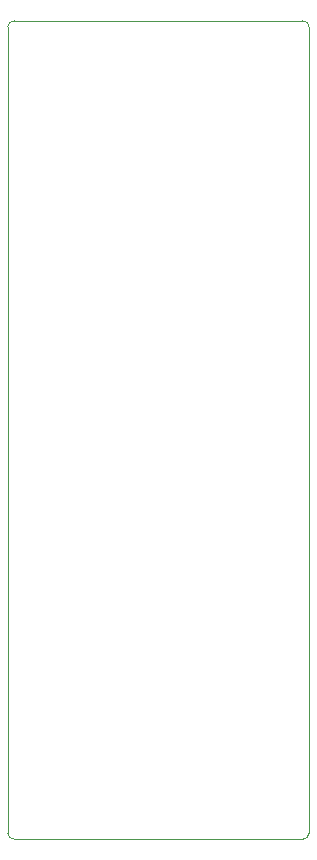
<source format=gbr>
%TF.GenerationSoftware,KiCad,Pcbnew,8.0.4*%
%TF.CreationDate,2024-10-28T15:11:13-07:00*%
%TF.ProjectId,ESP32-S3-DEVKITC-1,45535033-322d-4533-932d-4445564b4954,rev0*%
%TF.SameCoordinates,Original*%
%TF.FileFunction,Profile,NP*%
%FSLAX46Y46*%
G04 Gerber Fmt 4.6, Leading zero omitted, Abs format (unit mm)*
G04 Created by KiCad (PCBNEW 8.0.4) date 2024-10-28 15:11:13*
%MOMM*%
%LPD*%
G01*
G04 APERTURE LIST*
%TA.AperFunction,Profile*%
%ADD10C,0.050000*%
%TD*%
G04 APERTURE END LIST*
D10*
X159250000Y-140300000D02*
G75*
G02*
X158700000Y-140800000I-525000J25000D01*
G01*
X134300000Y-140800000D02*
X158700000Y-140800000D01*
X134300000Y-140800000D02*
G75*
G02*
X133750000Y-140300000I-25000J525000D01*
G01*
X133750000Y-72000000D02*
X133750000Y-140300000D01*
X133750000Y-72000000D02*
G75*
G02*
X134300000Y-71500000I525000J-25000D01*
G01*
X159250000Y-140300000D02*
X159250000Y-72000000D01*
X134300000Y-71500000D02*
X158700000Y-71500000D01*
X158700000Y-71500000D02*
G75*
G02*
X159250000Y-72000000I25000J-525000D01*
G01*
M02*

</source>
